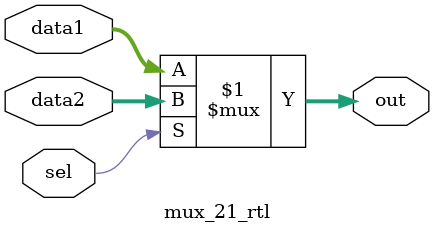
<source format=v>
module mux_21_rtl (
    input sel,
    input [7: 0] data1,
    input [7: 0] data2,
    output [7: 0] out
);
    assign out = sel? data2: data1;
endmodule
</source>
